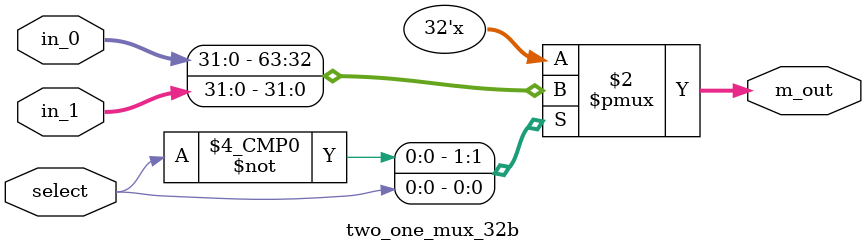
<source format=v>
`timescale 1ns / 1ps
module two_one_mux_32b(
output reg [31:0]	m_out,
input [31:0] in_0, 
input [31:0] in_1, 
input select
);

always @ (in_0, in_1, select)	// Verilog 2005 syntax

    case (select)
       1'b00:	m_out = in_0;
       1'b01:	m_out = in_1;
    endcase

endmodule

</source>
